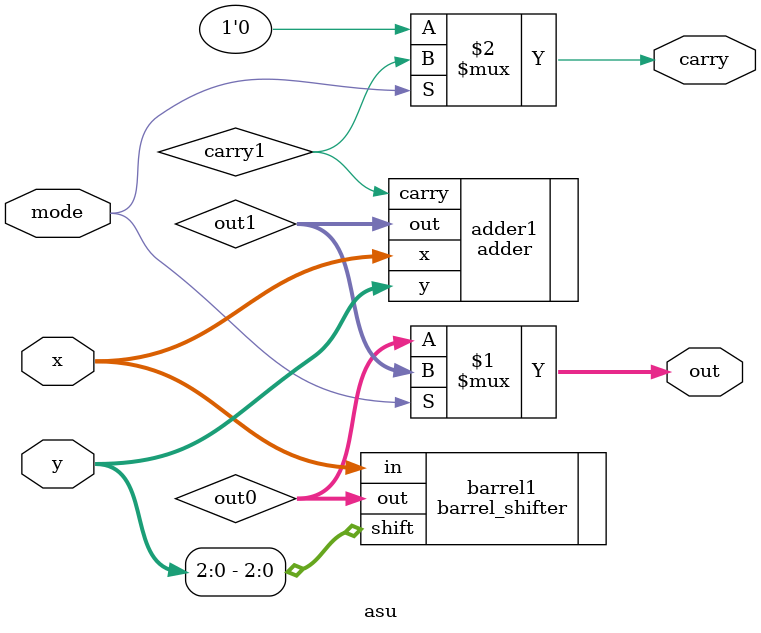
<source format=v>
module asu (x, y, mode, carry, out);
input [7:0] x, y;
input mode;
output carry;
output [7:0] out;
wire [7:0]out0,out1;
wire carry1;

/*Write your code here*/
adder adder1(.x(x), .y(y), .carry(carry1), .out(out1));
barrel_shifter barrel1(.in(x), .shift(y[2:0]), .out(out0));

assign out = mode? out1: out0;
assign carry = mode? carry1: 1'b0;

/*End of code*/


endmodule
</source>
